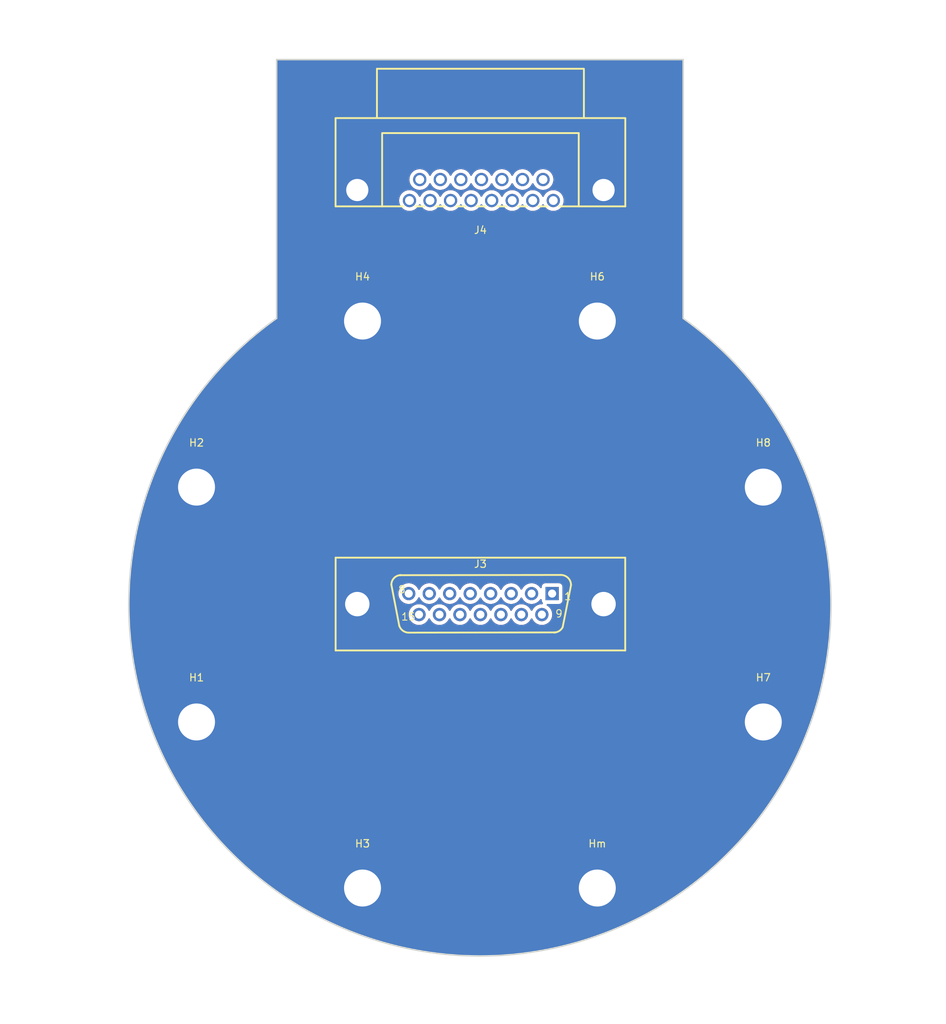
<source format=kicad_pcb>
(kicad_pcb (version 20221018) (generator pcbnew)
  (layers (0 "F.Cu" signal) (1 "In1.Cu" signal) (2 "In2.Cu" signal) (31 "B.Cu" signal) (34 "B.Paste" user) (35 "F.Paste" user) (36 "B.SilkS" user "B.Silkscreen") (37 "F.SilkS" user "F.Silkscreen") (38 "B.Mask" user) (39 "F.Mask" user) (44 "Edge.Cuts" user))
  (net 0 "")
  (net 1 "GND")
  (net 2 "Net-(J3-Pad1)")
  (net 3 "Net-(J3-Pad2)")
  (net 4 "Net-(J3-Pad3)")
  (net 5 "Net-(J3-Pad4)")
  (net 6 "Net-(J3-Pad5)")
  (net 7 "Net-(J3-Pad6)")
  (net 8 "Net-(J3-Pad7)")
  (net 9 "Net-(J3-Pad8)")
  (net 10 "Net-(J3-P9)")
  (net 11 "Net-(J3-P10)")
  (net 12 "Net-(J3-P111)")
  (net 13 "Net-(J3-P12)")
  (net 14 "Net-(J3-P13)")
  (net 15 "Net-(J3-P14)")
  (net 16 "Net-(J3-P15)")
  (footprint "MountingHole:MountingHole_5mm_Pad" (layer "F.Cu") (at -38.411001 15.941362)
    (fp_text reference "H1" (at 0 -6) (layer "F.SilkS"))
    (fp_text value "MountingHole_Pad")
    (pad "1" thru_hole circle (at 0 0) (size 10 10) (drill 5) (layers "*.Cu" "*.Mask") (net 1 "GND"))
  )
  (footprint "MountingHole:MountingHole_5mm_Pad" (layer "F.Cu") (at 38.271001 -15.821362)
    (fp_text reference "H8" (at 0 -6) (layer "F.SilkS"))
    (fp_text value "MountingHole_Pad")
    (pad "1" thru_hole circle (at 0 0) (size 10 10) (drill 5) (layers "*.Cu" "*.Mask") (net 1 "GND"))
  )
  (footprint "MountingHole:MountingHole_5mm_Pad" (layer "F.Cu") (at 15.811362 38.401001)
    (fp_text reference "Hm" (at 0 -6) (layer "F.SilkS"))
    (fp_text value "MountingHole_Pad")
    (pad "1" thru_hole circle (at 0 0) (size 10 10) (drill 5) (layers "*.Cu" "*.Mask") (net 1 "GND"))
  )
  (footprint "MountingHole:MountingHole_5mm_Pad" (layer "F.Cu") (at 38.271001 15.941362)
    (fp_text reference "H7" (at 0 -6) (layer "F.SilkS"))
    (fp_text value "MountingHole_Pad")
    (pad "1" thru_hole circle (at 0 0) (size 10 10) (drill 5) (layers "*.Cu" "*.Mask") (net 1 "GND"))
  )
  (footprint "0_Library:DB15-TH_TE_2301840-1" (layer "F.Cu") (at 0 0)
    (fp_text reference "J3" (at 0 -5.42) (layer "F.SilkS"))
    (fp_text value "DA15_Receptacle_MountingHoles")
    (fp_text user "8" (at -11.18 -1.97) (layer "F.SilkS") (effects (font (thickness 0.13)) (justify left)))
    (fp_text user "9" (at 10.06 1.3) (layer "F.SilkS") (effects (font (thickness 0.13)) (justify left)))
    (fp_text user "1" (at 11.25 -1.05) (layer "F.SilkS") (effects (font (thickness 0.13)) (justify left)))
    (fp_text user "15" (at -10.79 1.71) (layer "F.SilkS") (effects (font (thickness 0.13)) (justify left)))
    (fp_line (start -19.59 -6.28) (end -19.59 6.27) (stroke (width 0.25)) (layer "F.SilkS"))
    (fp_line (start -19.59 -6.28) (end 19.59 -6.28) (stroke (width 0.25)) (layer "F.SilkS"))
    (fp_line (start -19.59 6.27) (end 19.59 6.27) (stroke (width 0.25)) (layer "F.SilkS"))
    (fp_line (start -12.05 -2.62) (end -10.98 2.93) (stroke (width 0.25)) (layer "F.SilkS"))
    (fp_line (start -10.93 -3.91) (end 10.89 -3.94) (stroke (width 0.25)) (layer "F.SilkS"))
    (fp_line (start -9.68 3.86) (end 10.15 3.83) (stroke (width 0.25)) (layer "F.SilkS"))
    (fp_line (start 12.26 -2.57) (end 11.13 3.11) (stroke (width 0.25)) (layer "F.SilkS"))
    (fp_line (start 19.59 -6.28) (end 19.59 6.27) (stroke (width 0.25)) (layer "F.SilkS"))
    (fp_arc (start -12.05 -2.62) (mid -11.669239 -3.539239) (end -10.75 -3.92) (stroke (width 0.25)) (layer "F.SilkS"))
    (fp_arc (start -9.678348 3.862442) (mid -10.479243 3.605711) (end -10.98 2.93) (stroke (width 0.25)) (layer "F.SilkS"))
    (fp_arc (start 10.89 -3.94) (mid 11.858736 -3.538736) (end 12.26 -2.57) (stroke (width 0.25)) (layer "F.SilkS"))
    (fp_arc (start 11.129128 3.108455) (mid 10.649569 3.642042) (end 9.96 3.84) (stroke (width 0.25)) (layer "F.SilkS"))
    (pad "0" thru_hole circle (at -16.66 0) (size 6.35 6.35) (drill 3.300019) (layers "*.Cu" "*.Mask") (net 1 "GND"))
    (pad "0" thru_hole circle (at 16.66 0) (size 6.35 6.35) (drill 3.300019) (layers "*.Cu" "*.Mask") (net 1 "GND"))
    (pad "1" thru_hole rect (at 9.7 -1.42) (size 1.8 1.8) (drill 1.100023) (layers "*.Cu" "*.Mask") (net 2 "Net-(J3-Pad1)"))
    (pad "2" thru_hole circle (at 6.92 -1.42) (size 1.8 1.8) (drill 1.100023) (layers "*.Cu" "*.Mask") (net 3 "Net-(J3-Pad2)"))
    (pad "3" thru_hole circle (at 4.16 -1.42) (size 1.8 1.8) (drill 1.100023) (layers "*.Cu" "*.Mask") (net 4 "Net-(J3-Pad3)"))
    (pad "4" thru_hole circle (at 1.38 -1.42) (size 1.8 1.8) (drill 1.100023) (layers "*.Cu" "*.Mask") (net 5 "Net-(J3-Pad4)"))
    (pad "5" thru_hole circle (at -1.38 -1.42) (size 1.8 1.8) (drill 1.100023) (layers "*.Cu" "*.Mask") (net 6 "Net-(J3-Pad5)"))
    (pad "6" thru_hole circle (at -4.16 -1.42) (size 1.8 1.8) (drill 1.100023) (layers "*.Cu" "*.Mask") (net 7 "Net-(J3-Pad6)"))
    (pad "7" thru_hole circle (at -6.92 -1.42) (size 1.8 1.8) (drill 1.100023) (layers "*.Cu" "*.Mask") (net 8 "Net-(J3-Pad7)"))
    (pad "8" thru_hole circle (at -9.7 -1.42) (size 1.8 1.8) (drill 1.100023) (layers "*.Cu" "*.Mask") (net 9 "Net-(J3-Pad8)"))
    (pad "9" thru_hole circle (at 8.31 1.42) (size 1.8 1.8) (drill 1.100023) (layers "*.Cu" "*.Mask") (net 10 "Net-(J3-P9)"))
    (pad "10" thru_hole circle (at 5.54 1.42) (size 1.8 1.8) (drill 1.100023) (layers "*.Cu" "*.Mask") (net 11 "Net-(J3-P10)"))
    (pad "11" thru_hole circle (at 2.77 1.42) (size 1.8 1.8) (drill 1.100023) (layers "*.Cu" "*.Mask") (net 12 "Net-(J3-P111)"))
    (pad "12" thru_hole circle (at 0 1.42) (size 1.8 1.8) (drill 1.100023) (layers "*.Cu" "*.Mask") (net 13 "Net-(J3-P12)"))
    (pad "13" thru_hole circle (at -2.77 1.42) (size 1.8 1.8) (drill 1.100023) (layers "*.Cu" "*.Mask") (net 14 "Net-(J3-P13)"))
    (pad "14" thru_hole circle (at -5.54 1.42) (size 1.8 1.8) (drill 1.100023) (layers "*.Cu" "*.Mask") (net 15 "Net-(J3-P14)"))
    (pad "15" thru_hole circle (at -8.31 1.42) (size 1.8 1.8) (drill 1.100023) (layers "*.Cu" "*.Mask") (net 16 "Net-(J3-P15)"))
  )
  (footprint "MountingHole:MountingHole_5mm_Pad" (layer "F.Cu") (at -38.411001 -15.821362)
    (fp_text reference "H2" (at 0 -6) (layer "F.SilkS"))
    (fp_text value "MountingHole_Pad")
    (pad "1" thru_hole circle (at 0 0) (size 10 10) (drill 5) (layers "*.Cu" "*.Mask") (net 1 "GND"))
  )
  (footprint "0_Library:DSUB-TH_DS1037-15FN" (layer "F.Cu") (at 0 -56 180)
    (fp_text reference "J4" (at 0 -5.42) (layer "F.SilkS"))
    (fp_text value "DA15_Plug_MountingHoles")
    (fp_line (start -19.6 -2.21) (end -10.67 -2.21) (stroke (width 0.25)) (layer "F.SilkS"))
    (fp_line (start -19.6 9.7) (end -19.6 -2.21) (stroke (width 0.25)) (layer "F.SilkS"))
    (fp_line (start -14 16.3) (end -14 9.8) (stroke (width 0.25)) (layer "F.SilkS"))
    (fp_line (start -13.3 7.7) (end -13.3 -2.2) (stroke (width 0.25)) (layer "F.SilkS"))
    (fp_line (start -9.05 -2.21) (end -7.89 -2.21) (stroke (width 0.25)) (layer "F.SilkS"))
    (fp_line (start -6.27 -2.21) (end -5.11 -2.21) (stroke (width 0.25)) (layer "F.SilkS"))
    (fp_line (start -3.49 -2.21) (end -2.33 -2.21) (stroke (width 0.25)) (layer "F.SilkS"))
    (fp_line (start -0.71 -2.21) (end 0.45 -2.21) (stroke (width 0.25)) (layer "F.SilkS"))
    (fp_line (start 2.07 -2.21) (end 3.23 -2.21) (stroke (width 0.25)) (layer "F.SilkS"))
    (fp_line (start 4.85 -2.21) (end 6.01 -2.21) (stroke (width 0.25)) (layer "F.SilkS"))
    (fp_line (start 7.63 -2.21) (end 8.79 -2.21) (stroke (width 0.25)) (layer "F.SilkS"))
    (fp_line (start 10.41 -2.21) (end 19.6 -2.21) (stroke (width 0.25)) (layer "F.SilkS"))
    (fp_line (start 13.2 7.7) (end -13.3 7.7) (stroke (width 0.25)) (layer "F.SilkS"))
    (fp_line (start 13.3 7.7) (end 13.3 -2.21) (stroke (width 0.25)) (layer "F.SilkS"))
    (fp_line (start 14 16.4) (end -14 16.4) (stroke (width 0.25)) (layer "F.SilkS"))
    (fp_line (start 14 16.4) (end 14 9.9) (stroke (width 0.25)) (layer "F.SilkS"))
    (fp_line (start 19.6 9.71) (end 19.6 -2.2) (stroke (width 0.25)) (layer "F.SilkS"))
    (fp_line (start 19.6 9.73) (end -19.6 9.73) (stroke (width 0.25)) (layer "F.SilkS"))
    (pad "0" thru_hole circle (at -16.66 0 180) (size 6.35 6.35) (drill 2.999994) (layers "*.Cu" "*.Mask") (net 1 "GND"))
    (pad "0" thru_hole circle (at 16.66 0 180) (size 6.35 6.35) (drill 2.999994) (layers "*.Cu" "*.Mask") (net 1 "GND"))
    (pad "1" thru_hole circle (at -9.86 -1.42) (size 1.8 1.8) (drill 1.199896) (layers "*.Cu" "*.Mask") (net 2 "Net-(J3-Pad1)"))
    (pad "2" thru_hole circle (at -7.08 -1.42) (size 1.8 1.8) (drill 1.199896) (layers "*.Cu" "*.Mask") (net 3 "Net-(J3-Pad2)"))
    (pad "3" thru_hole circle (at -4.3 -1.42) (size 1.8 1.8) (drill 1.199896) (layers "*.Cu" "*.Mask") (net 4 "Net-(J3-Pad3)"))
    (pad "4" thru_hole circle (at -1.52 -1.42) (size 1.8 1.8) (drill 1.199896) (layers "*.Cu" "*.Mask") (net 5 "Net-(J3-Pad4)"))
    (pad "5" thru_hole circle (at 1.26 -1.42) (size 1.8 1.8) (drill 1.199896) (layers "*.Cu" "*.Mask") (net 6 "Net-(J3-Pad5)"))
    (pad "6" thru_hole circle (at 4.04 -1.42) (size 1.8 1.8) (drill 1.199896) (layers "*.Cu" "*.Mask") (net 7 "Net-(J3-Pad6)"))
    (pad "7" thru_hole circle (at 6.82 -1.42) (size 1.8 1.8) (drill 1.199896) (layers "*.Cu" "*.Mask") (net 8 "Net-(J3-Pad7)"))
    (pad "8" thru_hole circle (at 9.6 -1.42) (size 1.8 1.8) (drill 1.199896) (layers "*.Cu" "*.Mask") (net 9 "Net-(J3-Pad8)"))
    (pad "9" thru_hole circle (at -8.47 1.42) (size 1.8 1.8) (drill 1.199896) (layers "*.Cu" "*.Mask") (net 10 "Net-(J3-P9)"))
    (pad "10" thru_hole circle (at -5.69 1.42) (size 1.8 1.8) (drill 1.199896) (layers "*.Cu" "*.Mask") (net 11 "Net-(J3-P10)"))
    (pad "11" thru_hole circle (at -2.91 1.42) (size 1.8 1.8) (drill 1.199896) (layers "*.Cu" "*.Mask") (net 12 "Net-(J3-P111)"))
    (pad "12" thru_hole circle (at -0.13 1.42) (size 1.8 1.8) (drill 1.199896) (layers "*.Cu" "*.Mask") (net 13 "Net-(J3-P12)"))
    (pad "13" thru_hole circle (at 2.65 1.42) (size 1.8 1.8) (drill 1.199896) (layers "*.Cu" "*.Mask") (net 14 "Net-(J3-P13)"))
    (pad "14" thru_hole circle (at 5.43 1.42) (size 1.8 1.8) (drill 1.199896) (layers "*.Cu" "*.Mask") (net 15 "Net-(J3-P14)"))
    (pad "15" thru_hole circle (at 8.21 1.42) (size 1.8 1.8) (drill 1.199896) (layers "*.Cu" "*.Mask") (net 16 "Net-(J3-P15)"))
  )
  (footprint "MountingHole:MountingHole_5mm_Pad" (layer "F.Cu") (at -15.951362 38.401001)
    (fp_text reference "H3" (at 0 -6) (layer "F.SilkS"))
    (fp_text value "MountingHole_Pad")
    (pad "1" thru_hole circle (at 0 0) (size 10 10) (drill 5) (layers "*.Cu" "*.Mask") (net 1 "GND"))
  )
  (footprint "MountingHole:MountingHole_5mm_Pad" (layer "F.Cu") (at -15.951362 -38.281001)
    (fp_text reference "H4" (at 0 -6) (layer "F.SilkS"))
    (fp_text value "MountingHole_Pad")
    (pad "1" thru_hole circle (at 0 0) (size 10 10) (drill 5) (layers "*.Cu" "*.Mask") (net 1 "GND"))
  )
  (footprint "MountingHole:MountingHole_5mm_Pad" (layer "F.Cu") (at 15.811362 -38.281001)
    (fp_text reference "H6" (at 0 -6) (layer "F.SilkS"))
    (fp_text value "MountingHole_Pad")
    (pad "1" thru_hole circle (at 0 0) (size 10 10) (drill 5) (layers "*.Cu" "*.Mask") (net 1 "GND"))
  )
  (gr_line (start 27.43 -73.639833) (end 27.43 -38.639833) (stroke (width 0.2)) (layer "Edge.Cuts"))
  (gr_line (start -27.57 -38.639833) (end -27.57 -73.639833) (stroke (width 0.2)) (layer "Edge.Cuts"))
  (gr_line (start -27.57 -73.639833) (end 27.43 -73.639833) (stroke (width 0.2)) (layer "Edge.Cuts"))
  (gr_arc (start 27.43 -38.639833) (mid -0.07 47.59) (end -27.57 -38.639833) (stroke (width 0.2)) (layer "Edge.Cuts"))
  (zone (net 1) (net_name "GND") (layers "F.Cu" "In1.Cu" "In2.Cu" "B.Cu") (connect_pads yes (clearance 0.5)) (min_thickness 0.25) (fill yes (thermal_gap 0.5) (thermal_bridge_width 0.5))
    (polygon (pts (xy -41.3 -80.3) (xy 55.1 -81.7) (xy 63 56.8) (xy -65 50.4)))
  )
)
</source>
